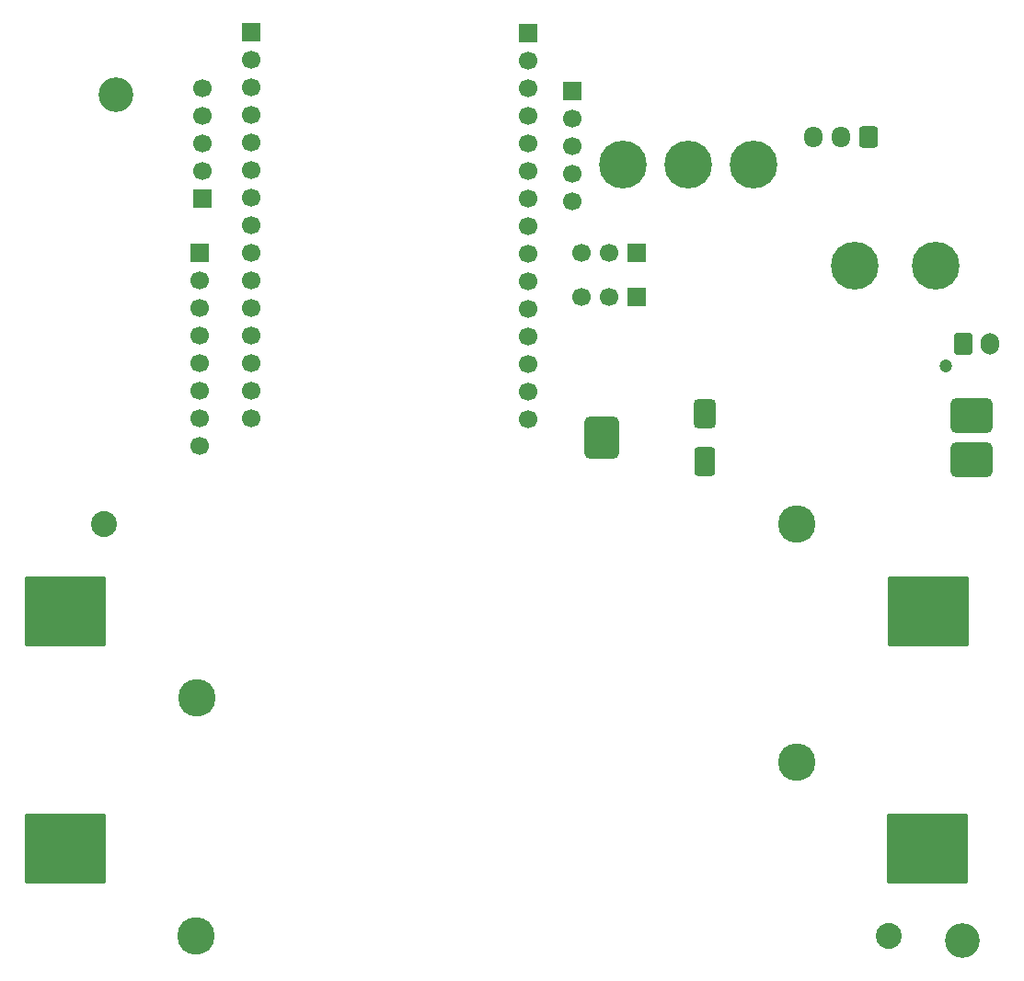
<source format=gbr>
%TF.GenerationSoftware,KiCad,Pcbnew,9.0.3*%
%TF.CreationDate,2025-12-24T22:58:55+05:30*%
%TF.ProjectId,snake_pcb_3,736e616b-655f-4706-9362-5f332e6b6963,rev?*%
%TF.SameCoordinates,Original*%
%TF.FileFunction,Soldermask,Top*%
%TF.FilePolarity,Negative*%
%FSLAX46Y46*%
G04 Gerber Fmt 4.6, Leading zero omitted, Abs format (unit mm)*
G04 Created by KiCad (PCBNEW 9.0.3) date 2025-12-24 22:58:55*
%MOMM*%
%LPD*%
G01*
G04 APERTURE LIST*
G04 Aperture macros list*
%AMRoundRect*
0 Rectangle with rounded corners*
0 $1 Rounding radius*
0 $2 $3 $4 $5 $6 $7 $8 $9 X,Y pos of 4 corners*
0 Add a 4 corners polygon primitive as box body*
4,1,4,$2,$3,$4,$5,$6,$7,$8,$9,$2,$3,0*
0 Add four circle primitives for the rounded corners*
1,1,$1+$1,$2,$3*
1,1,$1+$1,$4,$5*
1,1,$1+$1,$6,$7*
1,1,$1+$1,$8,$9*
0 Add four rect primitives between the rounded corners*
20,1,$1+$1,$2,$3,$4,$5,0*
20,1,$1+$1,$4,$5,$6,$7,0*
20,1,$1+$1,$6,$7,$8,$9,0*
20,1,$1+$1,$8,$9,$2,$3,0*%
G04 Aperture macros list end*
%ADD10C,3.200000*%
%ADD11RoundRect,0.250000X0.600000X0.725000X-0.600000X0.725000X-0.600000X-0.725000X0.600000X-0.725000X0*%
%ADD12O,1.700000X1.950000*%
%ADD13R,1.700000X1.700000*%
%ADD14C,1.700000*%
%ADD15C,4.400000*%
%ADD16C,2.390000*%
%ADD17C,3.450000*%
%ADD18RoundRect,0.250003X-3.499997X-2.999997X3.499997X-2.999997X3.499997X2.999997X-3.499997X2.999997X0*%
%ADD19RoundRect,0.480000X1.445000X1.120000X-1.445000X1.120000X-1.445000X-1.120000X1.445000X-1.120000X0*%
%ADD20RoundRect,0.480000X-1.120000X1.445000X-1.120000X-1.445000X1.120000X-1.445000X1.120000X1.445000X0*%
%ADD21RoundRect,0.285750X0.666750X1.031750X-0.666750X1.031750X-0.666750X-1.031750X0.666750X-1.031750X0*%
%ADD22RoundRect,0.292875X0.683375X1.024625X-0.683375X1.024625X-0.683375X-1.024625X0.683375X-1.024625X0*%
%ADD23RoundRect,0.250003X3.499997X2.999997X-3.499997X2.999997X-3.499997X-2.999997X3.499997X-2.999997X0*%
%ADD24C,1.200000*%
%ADD25RoundRect,0.250000X-0.600000X-0.750000X0.600000X-0.750000X0.600000X0.750000X-0.600000X0.750000X0*%
%ADD26O,1.700000X2.000000*%
G04 APERTURE END LIST*
D10*
%TO.C,H7*%
X186050000Y-61050000D03*
%TD*%
D11*
%TO.C,J1*%
X255250000Y-64945000D03*
D12*
X252750000Y-64945000D03*
X250250000Y-64945000D03*
%TD*%
D13*
%TO.C,J6*%
X233960000Y-75620000D03*
D14*
X231420000Y-75620000D03*
X228880000Y-75620000D03*
%TD*%
D15*
%TO.C,H5*%
X261500000Y-76750000D03*
%TD*%
D16*
%TO.C,BT1*%
X184960000Y-100600000D03*
D17*
X193470000Y-116600000D03*
X248710000Y-100600000D03*
D18*
X181400000Y-108600000D03*
X260780000Y-108600000D03*
%TD*%
D13*
%TO.C,J8*%
X228025000Y-60700000D03*
D14*
X228025000Y-63240000D03*
X228025000Y-65780000D03*
X228025000Y-68320000D03*
X228025000Y-70860000D03*
%TD*%
D15*
%TO.C,H3*%
X232668353Y-67500000D03*
%TD*%
D13*
%TO.C,J7*%
X233960000Y-79620000D03*
D14*
X231420000Y-79620000D03*
X228880000Y-79620000D03*
%TD*%
D19*
%TO.C,U1*%
X264750000Y-94612500D03*
X264750000Y-90612500D03*
D20*
X230750000Y-92612500D03*
D21*
X240250000Y-94795000D03*
D22*
X240226250Y-90430000D03*
%TD*%
D10*
%TO.C,H6*%
X263900000Y-138900000D03*
%TD*%
D15*
%TO.C,H1*%
X238668353Y-67500000D03*
%TD*%
%TO.C,H4*%
X254000000Y-76750000D03*
%TD*%
D13*
%TO.C,J5*%
X224000000Y-55340000D03*
D14*
X224000000Y-57880000D03*
X224000000Y-60420000D03*
X224000000Y-62960000D03*
X224000000Y-65500000D03*
X224000000Y-68040000D03*
X224000000Y-70580000D03*
X224000000Y-73120000D03*
X224000000Y-75660000D03*
X224000000Y-78200000D03*
X224000000Y-80740000D03*
X224000000Y-83280000D03*
X224000000Y-85820000D03*
X224000000Y-88360000D03*
X224000000Y-90900000D03*
%TD*%
D13*
%TO.C,J3*%
X194000000Y-70580000D03*
D14*
X194000000Y-68040000D03*
X194000000Y-65500000D03*
X194000000Y-62960000D03*
X194000000Y-60420000D03*
%TD*%
D16*
%TO.C,BT2*%
X257180000Y-138500000D03*
D17*
X248670000Y-122500000D03*
X193430000Y-138500000D03*
D23*
X260740000Y-130500000D03*
X181360000Y-130500000D03*
%TD*%
D13*
%TO.C,J4*%
X198500000Y-55260000D03*
D14*
X198500000Y-57800000D03*
X198500000Y-60340000D03*
X198500000Y-62880000D03*
X198500000Y-65420000D03*
X198500000Y-67960000D03*
X198500000Y-70500000D03*
X198500000Y-73040000D03*
X198500000Y-75580000D03*
X198500000Y-78120000D03*
X198500000Y-80660000D03*
X198500000Y-83200000D03*
X198500000Y-85740000D03*
X198500000Y-88280000D03*
X198500000Y-90820000D03*
%TD*%
D24*
%TO.C,J9*%
X262400000Y-86000000D03*
D25*
X264000000Y-84000000D03*
D26*
X266500000Y-84000000D03*
%TD*%
D13*
%TO.C,J2*%
X193750000Y-75590000D03*
D14*
X193750000Y-78130000D03*
X193750000Y-80670000D03*
X193750000Y-83210000D03*
X193750000Y-85750000D03*
X193750000Y-88290000D03*
X193750000Y-90830000D03*
X193750000Y-93370000D03*
%TD*%
D15*
%TO.C,H2*%
X244668353Y-67500000D03*
%TD*%
M02*

</source>
